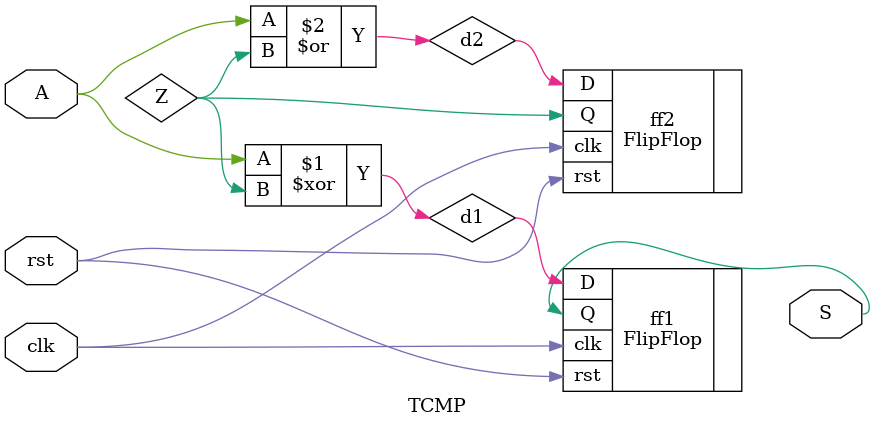
<source format=v>

`timescale 1ns/1ns

`include "FlipFlop.v"

module TCMP(
    input clk, 
    input rst,
    input A,
    output S
  );
  
  wire Z;
  wire d1;
  wire d2;
  
  assign d1 = A^Z;
  assign d2 = A|Z;
  

      FlipFlop ff1 (.clk(clk), .rst(rst), .D(d1),.Q(S));
      FlipFlop ff2 (.clk(clk), .rst(rst), .D(d2),.Q(Z));
      

endmodule
</source>
